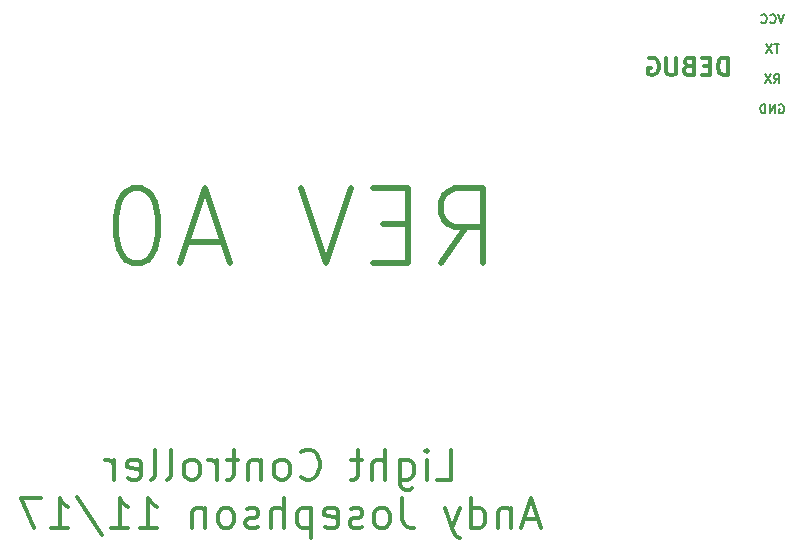
<source format=gbo>
G04 #@! TF.FileFunction,Legend,Bot*
%FSLAX46Y46*%
G04 Gerber Fmt 4.6, Leading zero omitted, Abs format (unit mm)*
G04 Created by KiCad (PCBNEW 4.0.6) date 11/20/17 19:22:43*
%MOMM*%
%LPD*%
G01*
G04 APERTURE LIST*
%ADD10C,0.100000*%
%ADD11C,0.508000*%
%ADD12C,0.300000*%
%ADD13C,0.190500*%
G04 APERTURE END LIST*
D10*
D11*
X142602857Y-90756619D02*
X144719523Y-87732810D01*
X146231428Y-90756619D02*
X146231428Y-84406619D01*
X143812381Y-84406619D01*
X143207619Y-84709000D01*
X142905238Y-85011381D01*
X142602857Y-85616143D01*
X142602857Y-86523286D01*
X142905238Y-87128048D01*
X143207619Y-87430429D01*
X143812381Y-87732810D01*
X146231428Y-87732810D01*
X139881428Y-87430429D02*
X137764762Y-87430429D01*
X136857619Y-90756619D02*
X139881428Y-90756619D01*
X139881428Y-84406619D01*
X136857619Y-84406619D01*
X135043333Y-84406619D02*
X132926666Y-90756619D01*
X130810000Y-84406619D01*
X124157619Y-88942333D02*
X121133810Y-88942333D01*
X124762381Y-90756619D02*
X122645714Y-84406619D01*
X120529048Y-90756619D01*
X117202857Y-84406619D02*
X116598096Y-84406619D01*
X115993334Y-84709000D01*
X115690953Y-85011381D01*
X115388572Y-85616143D01*
X115086191Y-86825667D01*
X115086191Y-88337571D01*
X115388572Y-89547095D01*
X115690953Y-90151857D01*
X115993334Y-90454238D01*
X116598096Y-90756619D01*
X117202857Y-90756619D01*
X117807619Y-90454238D01*
X118110000Y-90151857D01*
X118412381Y-89547095D01*
X118714762Y-88337571D01*
X118714762Y-86825667D01*
X118412381Y-85616143D01*
X118110000Y-85011381D01*
X117807619Y-84709000D01*
X117202857Y-84406619D01*
D12*
X142276285Y-109076048D02*
X143485809Y-109076048D01*
X143485809Y-106536048D01*
X141429619Y-109076048D02*
X141429619Y-107382714D01*
X141429619Y-106536048D02*
X141550571Y-106657000D01*
X141429619Y-106777952D01*
X141308667Y-106657000D01*
X141429619Y-106536048D01*
X141429619Y-106777952D01*
X139131524Y-107382714D02*
X139131524Y-109438905D01*
X139252476Y-109680810D01*
X139373428Y-109801762D01*
X139615333Y-109922714D01*
X139978190Y-109922714D01*
X140220095Y-109801762D01*
X139131524Y-108955095D02*
X139373428Y-109076048D01*
X139857238Y-109076048D01*
X140099143Y-108955095D01*
X140220095Y-108834143D01*
X140341047Y-108592238D01*
X140341047Y-107866524D01*
X140220095Y-107624619D01*
X140099143Y-107503667D01*
X139857238Y-107382714D01*
X139373428Y-107382714D01*
X139131524Y-107503667D01*
X137922000Y-109076048D02*
X137922000Y-106536048D01*
X136833429Y-109076048D02*
X136833429Y-107745571D01*
X136954381Y-107503667D01*
X137196286Y-107382714D01*
X137559143Y-107382714D01*
X137801048Y-107503667D01*
X137922000Y-107624619D01*
X135986762Y-107382714D02*
X135019143Y-107382714D01*
X135623905Y-106536048D02*
X135623905Y-108713190D01*
X135502953Y-108955095D01*
X135261048Y-109076048D01*
X135019143Y-109076048D01*
X130785810Y-108834143D02*
X130906762Y-108955095D01*
X131269619Y-109076048D01*
X131511524Y-109076048D01*
X131874381Y-108955095D01*
X132116286Y-108713190D01*
X132237238Y-108471286D01*
X132358190Y-107987476D01*
X132358190Y-107624619D01*
X132237238Y-107140810D01*
X132116286Y-106898905D01*
X131874381Y-106657000D01*
X131511524Y-106536048D01*
X131269619Y-106536048D01*
X130906762Y-106657000D01*
X130785810Y-106777952D01*
X129334381Y-109076048D02*
X129576286Y-108955095D01*
X129697238Y-108834143D01*
X129818190Y-108592238D01*
X129818190Y-107866524D01*
X129697238Y-107624619D01*
X129576286Y-107503667D01*
X129334381Y-107382714D01*
X128971524Y-107382714D01*
X128729619Y-107503667D01*
X128608667Y-107624619D01*
X128487714Y-107866524D01*
X128487714Y-108592238D01*
X128608667Y-108834143D01*
X128729619Y-108955095D01*
X128971524Y-109076048D01*
X129334381Y-109076048D01*
X127399143Y-107382714D02*
X127399143Y-109076048D01*
X127399143Y-107624619D02*
X127278191Y-107503667D01*
X127036286Y-107382714D01*
X126673429Y-107382714D01*
X126431524Y-107503667D01*
X126310572Y-107745571D01*
X126310572Y-109076048D01*
X125463905Y-107382714D02*
X124496286Y-107382714D01*
X125101048Y-106536048D02*
X125101048Y-108713190D01*
X124980096Y-108955095D01*
X124738191Y-109076048D01*
X124496286Y-109076048D01*
X123649619Y-109076048D02*
X123649619Y-107382714D01*
X123649619Y-107866524D02*
X123528667Y-107624619D01*
X123407714Y-107503667D01*
X123165810Y-107382714D01*
X122923905Y-107382714D01*
X121714381Y-109076048D02*
X121956286Y-108955095D01*
X122077238Y-108834143D01*
X122198190Y-108592238D01*
X122198190Y-107866524D01*
X122077238Y-107624619D01*
X121956286Y-107503667D01*
X121714381Y-107382714D01*
X121351524Y-107382714D01*
X121109619Y-107503667D01*
X120988667Y-107624619D01*
X120867714Y-107866524D01*
X120867714Y-108592238D01*
X120988667Y-108834143D01*
X121109619Y-108955095D01*
X121351524Y-109076048D01*
X121714381Y-109076048D01*
X119416286Y-109076048D02*
X119658191Y-108955095D01*
X119779143Y-108713190D01*
X119779143Y-106536048D01*
X118085810Y-109076048D02*
X118327715Y-108955095D01*
X118448667Y-108713190D01*
X118448667Y-106536048D01*
X116150572Y-108955095D02*
X116392477Y-109076048D01*
X116876286Y-109076048D01*
X117118191Y-108955095D01*
X117239143Y-108713190D01*
X117239143Y-107745571D01*
X117118191Y-107503667D01*
X116876286Y-107382714D01*
X116392477Y-107382714D01*
X116150572Y-107503667D01*
X116029620Y-107745571D01*
X116029620Y-107987476D01*
X117239143Y-108229381D01*
X114941048Y-109076048D02*
X114941048Y-107382714D01*
X114941048Y-107866524D02*
X114820096Y-107624619D01*
X114699143Y-107503667D01*
X114457239Y-107382714D01*
X114215334Y-107382714D01*
X150863903Y-112460333D02*
X149654380Y-112460333D01*
X151105808Y-113186048D02*
X150259142Y-110646048D01*
X149412475Y-113186048D01*
X148565808Y-111492714D02*
X148565808Y-113186048D01*
X148565808Y-111734619D02*
X148444856Y-111613667D01*
X148202951Y-111492714D01*
X147840094Y-111492714D01*
X147598189Y-111613667D01*
X147477237Y-111855571D01*
X147477237Y-113186048D01*
X145179142Y-113186048D02*
X145179142Y-110646048D01*
X145179142Y-113065095D02*
X145421046Y-113186048D01*
X145904856Y-113186048D01*
X146146761Y-113065095D01*
X146267713Y-112944143D01*
X146388665Y-112702238D01*
X146388665Y-111976524D01*
X146267713Y-111734619D01*
X146146761Y-111613667D01*
X145904856Y-111492714D01*
X145421046Y-111492714D01*
X145179142Y-111613667D01*
X144211523Y-111492714D02*
X143606761Y-113186048D01*
X143001999Y-111492714D02*
X143606761Y-113186048D01*
X143848666Y-113790810D01*
X143969618Y-113911762D01*
X144211523Y-114032714D01*
X139373428Y-110646048D02*
X139373428Y-112460333D01*
X139494380Y-112823190D01*
X139736285Y-113065095D01*
X140099142Y-113186048D01*
X140341047Y-113186048D01*
X137801047Y-113186048D02*
X138042952Y-113065095D01*
X138163904Y-112944143D01*
X138284856Y-112702238D01*
X138284856Y-111976524D01*
X138163904Y-111734619D01*
X138042952Y-111613667D01*
X137801047Y-111492714D01*
X137438190Y-111492714D01*
X137196285Y-111613667D01*
X137075333Y-111734619D01*
X136954380Y-111976524D01*
X136954380Y-112702238D01*
X137075333Y-112944143D01*
X137196285Y-113065095D01*
X137438190Y-113186048D01*
X137801047Y-113186048D01*
X135986761Y-113065095D02*
X135744857Y-113186048D01*
X135261047Y-113186048D01*
X135019142Y-113065095D01*
X134898190Y-112823190D01*
X134898190Y-112702238D01*
X135019142Y-112460333D01*
X135261047Y-112339381D01*
X135623904Y-112339381D01*
X135865809Y-112218429D01*
X135986761Y-111976524D01*
X135986761Y-111855571D01*
X135865809Y-111613667D01*
X135623904Y-111492714D01*
X135261047Y-111492714D01*
X135019142Y-111613667D01*
X132842000Y-113065095D02*
X133083905Y-113186048D01*
X133567714Y-113186048D01*
X133809619Y-113065095D01*
X133930571Y-112823190D01*
X133930571Y-111855571D01*
X133809619Y-111613667D01*
X133567714Y-111492714D01*
X133083905Y-111492714D01*
X132842000Y-111613667D01*
X132721048Y-111855571D01*
X132721048Y-112097476D01*
X133930571Y-112339381D01*
X131632476Y-111492714D02*
X131632476Y-114032714D01*
X131632476Y-111613667D02*
X131390571Y-111492714D01*
X130906762Y-111492714D01*
X130664857Y-111613667D01*
X130543905Y-111734619D01*
X130422952Y-111976524D01*
X130422952Y-112702238D01*
X130543905Y-112944143D01*
X130664857Y-113065095D01*
X130906762Y-113186048D01*
X131390571Y-113186048D01*
X131632476Y-113065095D01*
X129334381Y-113186048D02*
X129334381Y-110646048D01*
X128245810Y-113186048D02*
X128245810Y-111855571D01*
X128366762Y-111613667D01*
X128608667Y-111492714D01*
X128971524Y-111492714D01*
X129213429Y-111613667D01*
X129334381Y-111734619D01*
X127157238Y-113065095D02*
X126915334Y-113186048D01*
X126431524Y-113186048D01*
X126189619Y-113065095D01*
X126068667Y-112823190D01*
X126068667Y-112702238D01*
X126189619Y-112460333D01*
X126431524Y-112339381D01*
X126794381Y-112339381D01*
X127036286Y-112218429D01*
X127157238Y-111976524D01*
X127157238Y-111855571D01*
X127036286Y-111613667D01*
X126794381Y-111492714D01*
X126431524Y-111492714D01*
X126189619Y-111613667D01*
X124617239Y-113186048D02*
X124859144Y-113065095D01*
X124980096Y-112944143D01*
X125101048Y-112702238D01*
X125101048Y-111976524D01*
X124980096Y-111734619D01*
X124859144Y-111613667D01*
X124617239Y-111492714D01*
X124254382Y-111492714D01*
X124012477Y-111613667D01*
X123891525Y-111734619D01*
X123770572Y-111976524D01*
X123770572Y-112702238D01*
X123891525Y-112944143D01*
X124012477Y-113065095D01*
X124254382Y-113186048D01*
X124617239Y-113186048D01*
X122682001Y-111492714D02*
X122682001Y-113186048D01*
X122682001Y-111734619D02*
X122561049Y-111613667D01*
X122319144Y-111492714D01*
X121956287Y-111492714D01*
X121714382Y-111613667D01*
X121593430Y-111855571D01*
X121593430Y-113186048D01*
X117118192Y-113186048D02*
X118569620Y-113186048D01*
X117843906Y-113186048D02*
X117843906Y-110646048D01*
X118085811Y-111008905D01*
X118327716Y-111250810D01*
X118569620Y-111371762D01*
X114699144Y-113186048D02*
X116150572Y-113186048D01*
X115424858Y-113186048D02*
X115424858Y-110646048D01*
X115666763Y-111008905D01*
X115908668Y-111250810D01*
X116150572Y-111371762D01*
X111796286Y-110525095D02*
X113973429Y-113790810D01*
X109619144Y-113186048D02*
X111070572Y-113186048D01*
X110344858Y-113186048D02*
X110344858Y-110646048D01*
X110586763Y-111008905D01*
X110828668Y-111250810D01*
X111070572Y-111371762D01*
X108772477Y-110646048D02*
X107079144Y-110646048D01*
X108167715Y-113186048D01*
D13*
X171268572Y-77343000D02*
X171341143Y-77306714D01*
X171450000Y-77306714D01*
X171558857Y-77343000D01*
X171631429Y-77415571D01*
X171667714Y-77488143D01*
X171704000Y-77633286D01*
X171704000Y-77742143D01*
X171667714Y-77887286D01*
X171631429Y-77959857D01*
X171558857Y-78032429D01*
X171450000Y-78068714D01*
X171377429Y-78068714D01*
X171268572Y-78032429D01*
X171232286Y-77996143D01*
X171232286Y-77742143D01*
X171377429Y-77742143D01*
X170905714Y-78068714D02*
X170905714Y-77306714D01*
X170470286Y-78068714D01*
X170470286Y-77306714D01*
X170107428Y-78068714D02*
X170107428Y-77306714D01*
X169926000Y-77306714D01*
X169817143Y-77343000D01*
X169744571Y-77415571D01*
X169708286Y-77488143D01*
X169672000Y-77633286D01*
X169672000Y-77742143D01*
X169708286Y-77887286D01*
X169744571Y-77959857D01*
X169817143Y-78032429D01*
X169926000Y-78068714D01*
X170107428Y-78068714D01*
X170815000Y-75528714D02*
X171069000Y-75165857D01*
X171250428Y-75528714D02*
X171250428Y-74766714D01*
X170960143Y-74766714D01*
X170887571Y-74803000D01*
X170851286Y-74839286D01*
X170815000Y-74911857D01*
X170815000Y-75020714D01*
X170851286Y-75093286D01*
X170887571Y-75129571D01*
X170960143Y-75165857D01*
X171250428Y-75165857D01*
X170561000Y-74766714D02*
X170053000Y-75528714D01*
X170053000Y-74766714D02*
X170561000Y-75528714D01*
X171268571Y-72226714D02*
X170833142Y-72226714D01*
X171050856Y-72988714D02*
X171050856Y-72226714D01*
X170651714Y-72226714D02*
X170143714Y-72988714D01*
X170143714Y-72226714D02*
X170651714Y-72988714D01*
X171704000Y-69686714D02*
X171450000Y-70448714D01*
X171196000Y-69686714D01*
X170506571Y-70376143D02*
X170542857Y-70412429D01*
X170651714Y-70448714D01*
X170724285Y-70448714D01*
X170833142Y-70412429D01*
X170905714Y-70339857D01*
X170941999Y-70267286D01*
X170978285Y-70122143D01*
X170978285Y-70013286D01*
X170941999Y-69868143D01*
X170905714Y-69795571D01*
X170833142Y-69723000D01*
X170724285Y-69686714D01*
X170651714Y-69686714D01*
X170542857Y-69723000D01*
X170506571Y-69759286D01*
X169744571Y-70376143D02*
X169780857Y-70412429D01*
X169889714Y-70448714D01*
X169962285Y-70448714D01*
X170071142Y-70412429D01*
X170143714Y-70339857D01*
X170179999Y-70267286D01*
X170216285Y-70122143D01*
X170216285Y-70013286D01*
X170179999Y-69868143D01*
X170143714Y-69795571D01*
X170071142Y-69723000D01*
X169962285Y-69686714D01*
X169889714Y-69686714D01*
X169780857Y-69723000D01*
X169744571Y-69759286D01*
D12*
X166933143Y-74846571D02*
X166933143Y-73346571D01*
X166576000Y-73346571D01*
X166361715Y-73418000D01*
X166218857Y-73560857D01*
X166147429Y-73703714D01*
X166076000Y-73989429D01*
X166076000Y-74203714D01*
X166147429Y-74489429D01*
X166218857Y-74632286D01*
X166361715Y-74775143D01*
X166576000Y-74846571D01*
X166933143Y-74846571D01*
X165433143Y-74060857D02*
X164933143Y-74060857D01*
X164718857Y-74846571D02*
X165433143Y-74846571D01*
X165433143Y-73346571D01*
X164718857Y-73346571D01*
X163576000Y-74060857D02*
X163361714Y-74132286D01*
X163290286Y-74203714D01*
X163218857Y-74346571D01*
X163218857Y-74560857D01*
X163290286Y-74703714D01*
X163361714Y-74775143D01*
X163504572Y-74846571D01*
X164076000Y-74846571D01*
X164076000Y-73346571D01*
X163576000Y-73346571D01*
X163433143Y-73418000D01*
X163361714Y-73489429D01*
X163290286Y-73632286D01*
X163290286Y-73775143D01*
X163361714Y-73918000D01*
X163433143Y-73989429D01*
X163576000Y-74060857D01*
X164076000Y-74060857D01*
X162576000Y-73346571D02*
X162576000Y-74560857D01*
X162504572Y-74703714D01*
X162433143Y-74775143D01*
X162290286Y-74846571D01*
X162004572Y-74846571D01*
X161861714Y-74775143D01*
X161790286Y-74703714D01*
X161718857Y-74560857D01*
X161718857Y-73346571D01*
X160218857Y-73418000D02*
X160361714Y-73346571D01*
X160576000Y-73346571D01*
X160790285Y-73418000D01*
X160933143Y-73560857D01*
X161004571Y-73703714D01*
X161076000Y-73989429D01*
X161076000Y-74203714D01*
X161004571Y-74489429D01*
X160933143Y-74632286D01*
X160790285Y-74775143D01*
X160576000Y-74846571D01*
X160433143Y-74846571D01*
X160218857Y-74775143D01*
X160147428Y-74703714D01*
X160147428Y-74203714D01*
X160433143Y-74203714D01*
M02*

</source>
